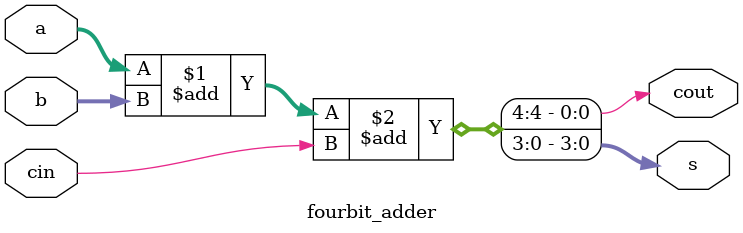
<source format=v>
module fourbit_adder (
  input [3:0] a,b,
  input cin,
  output [3:0] s,
  output cout);
  assign {cout,s}=a+b+cin;
endmodule

</source>
